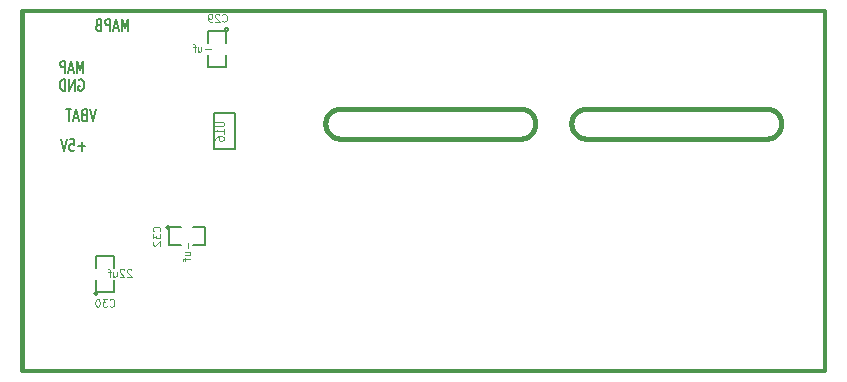
<source format=gbo>
G04 (created by PCBNEW-RS274X (20100406 SVN-R2508)-final) date 6/3/2010 10:01:36 PM*
G01*
G70*
G90*
%MOIN*%
G04 Gerber Fmt 3.4, Leading zero omitted, Abs format*
%FSLAX34Y34*%
G04 APERTURE LIST*
%ADD10C,0.006000*%
%ADD11C,0.012000*%
%ADD12C,0.015000*%
%ADD13C,0.005000*%
%ADD14C,0.004200*%
G04 APERTURE END LIST*
G54D10*
G54D11*
X47750Y-43250D02*
X21000Y-43250D01*
X47750Y-55250D02*
X47750Y-43250D01*
X21000Y-55250D02*
X47750Y-55250D01*
G54D12*
X21000Y-55200D02*
X21000Y-55000D01*
X31600Y-46500D02*
X31557Y-46502D01*
X31514Y-46508D01*
X31471Y-46518D01*
X31429Y-46531D01*
X31389Y-46547D01*
X31351Y-46567D01*
X31314Y-46591D01*
X31279Y-46617D01*
X31247Y-46647D01*
X31217Y-46679D01*
X31191Y-46714D01*
X31167Y-46751D01*
X31147Y-46789D01*
X31131Y-46829D01*
X31118Y-46871D01*
X31108Y-46914D01*
X31102Y-46957D01*
X31100Y-47000D01*
X31100Y-47000D02*
X31102Y-47043D01*
X31108Y-47086D01*
X31118Y-47129D01*
X31131Y-47171D01*
X31147Y-47211D01*
X31167Y-47249D01*
X31191Y-47286D01*
X31217Y-47321D01*
X31247Y-47353D01*
X31279Y-47383D01*
X31314Y-47409D01*
X31351Y-47433D01*
X31389Y-47453D01*
X31429Y-47469D01*
X31471Y-47482D01*
X31514Y-47492D01*
X31557Y-47498D01*
X31600Y-47500D01*
X37600Y-47500D02*
X37643Y-47498D01*
X37686Y-47492D01*
X37729Y-47482D01*
X37771Y-47469D01*
X37811Y-47453D01*
X37850Y-47433D01*
X37886Y-47409D01*
X37921Y-47383D01*
X37953Y-47353D01*
X37983Y-47321D01*
X38009Y-47286D01*
X38033Y-47249D01*
X38053Y-47211D01*
X38069Y-47171D01*
X38082Y-47129D01*
X38092Y-47086D01*
X38098Y-47043D01*
X38100Y-47000D01*
X38100Y-47000D02*
X38098Y-46957D01*
X38092Y-46914D01*
X38082Y-46871D01*
X38069Y-46829D01*
X38053Y-46789D01*
X38033Y-46751D01*
X38009Y-46714D01*
X37983Y-46679D01*
X37953Y-46647D01*
X37921Y-46617D01*
X37886Y-46591D01*
X37850Y-46567D01*
X37811Y-46547D01*
X37771Y-46531D01*
X37729Y-46518D01*
X37686Y-46508D01*
X37643Y-46502D01*
X37600Y-46500D01*
X39800Y-46500D02*
X39757Y-46502D01*
X39714Y-46508D01*
X39671Y-46518D01*
X39629Y-46531D01*
X39589Y-46547D01*
X39551Y-46567D01*
X39514Y-46591D01*
X39479Y-46617D01*
X39447Y-46647D01*
X39417Y-46679D01*
X39391Y-46714D01*
X39367Y-46751D01*
X39347Y-46789D01*
X39331Y-46829D01*
X39318Y-46871D01*
X39308Y-46914D01*
X39302Y-46957D01*
X39300Y-47000D01*
X39300Y-47000D02*
X39302Y-47043D01*
X39308Y-47086D01*
X39318Y-47129D01*
X39331Y-47171D01*
X39347Y-47211D01*
X39367Y-47249D01*
X39391Y-47286D01*
X39417Y-47321D01*
X39447Y-47353D01*
X39479Y-47383D01*
X39514Y-47409D01*
X39551Y-47433D01*
X39589Y-47453D01*
X39629Y-47469D01*
X39671Y-47482D01*
X39714Y-47492D01*
X39757Y-47498D01*
X39800Y-47500D01*
X45800Y-47500D02*
X45843Y-47498D01*
X45886Y-47492D01*
X45929Y-47482D01*
X45971Y-47469D01*
X46011Y-47453D01*
X46050Y-47433D01*
X46086Y-47409D01*
X46121Y-47383D01*
X46153Y-47353D01*
X46183Y-47321D01*
X46209Y-47286D01*
X46233Y-47249D01*
X46253Y-47211D01*
X46269Y-47171D01*
X46282Y-47129D01*
X46292Y-47086D01*
X46298Y-47043D01*
X46300Y-47000D01*
X46300Y-47000D02*
X46298Y-46957D01*
X46292Y-46914D01*
X46282Y-46871D01*
X46269Y-46829D01*
X46253Y-46789D01*
X46233Y-46751D01*
X46209Y-46714D01*
X46183Y-46679D01*
X46153Y-46647D01*
X46121Y-46617D01*
X46086Y-46591D01*
X46050Y-46567D01*
X46011Y-46547D01*
X45971Y-46531D01*
X45929Y-46518D01*
X45886Y-46508D01*
X45843Y-46502D01*
X45800Y-46500D01*
X31600Y-47500D02*
X37600Y-47500D01*
X37600Y-46500D02*
X31600Y-46500D01*
X39800Y-47500D02*
X45800Y-47500D01*
X45800Y-46500D02*
X39800Y-46500D01*
G54D13*
X23086Y-47760D02*
X22857Y-47760D01*
X22971Y-47912D02*
X22971Y-47607D01*
X22572Y-47512D02*
X22715Y-47512D01*
X22729Y-47702D01*
X22715Y-47683D01*
X22686Y-47664D01*
X22615Y-47664D01*
X22586Y-47683D01*
X22572Y-47702D01*
X22557Y-47740D01*
X22557Y-47836D01*
X22572Y-47874D01*
X22586Y-47893D01*
X22615Y-47912D01*
X22686Y-47912D01*
X22715Y-47893D01*
X22729Y-47874D01*
X22471Y-47512D02*
X22371Y-47912D01*
X22271Y-47512D01*
X23442Y-46512D02*
X23342Y-46912D01*
X23242Y-46512D01*
X23043Y-46702D02*
X23000Y-46721D01*
X22985Y-46740D01*
X22971Y-46779D01*
X22971Y-46836D01*
X22985Y-46874D01*
X23000Y-46893D01*
X23028Y-46912D01*
X23143Y-46912D01*
X23143Y-46512D01*
X23043Y-46512D01*
X23014Y-46531D01*
X23000Y-46550D01*
X22985Y-46588D01*
X22985Y-46626D01*
X23000Y-46664D01*
X23014Y-46683D01*
X23043Y-46702D01*
X23143Y-46702D01*
X22857Y-46798D02*
X22714Y-46798D01*
X22885Y-46912D02*
X22785Y-46512D01*
X22685Y-46912D01*
X22628Y-46512D02*
X22457Y-46512D01*
X22543Y-46912D02*
X22543Y-46512D01*
X22878Y-45531D02*
X22907Y-45512D01*
X22950Y-45512D01*
X22993Y-45531D01*
X23021Y-45569D01*
X23036Y-45607D01*
X23050Y-45683D01*
X23050Y-45740D01*
X23036Y-45817D01*
X23021Y-45855D01*
X22993Y-45893D01*
X22950Y-45912D01*
X22921Y-45912D01*
X22878Y-45893D01*
X22864Y-45874D01*
X22864Y-45740D01*
X22921Y-45740D01*
X22736Y-45912D02*
X22736Y-45512D01*
X22564Y-45912D01*
X22564Y-45512D01*
X22422Y-45912D02*
X22422Y-45512D01*
X22350Y-45512D01*
X22307Y-45531D01*
X22279Y-45569D01*
X22264Y-45607D01*
X22250Y-45683D01*
X22250Y-45740D01*
X22264Y-45817D01*
X22279Y-45855D01*
X22307Y-45893D01*
X22350Y-45912D01*
X22422Y-45912D01*
X23029Y-45312D02*
X23029Y-44912D01*
X22929Y-45198D01*
X22829Y-44912D01*
X22829Y-45312D01*
X22700Y-45198D02*
X22557Y-45198D01*
X22728Y-45312D02*
X22628Y-44912D01*
X22528Y-45312D01*
X22429Y-45312D02*
X22429Y-44912D01*
X22314Y-44912D01*
X22286Y-44931D01*
X22271Y-44950D01*
X22257Y-44988D01*
X22257Y-45045D01*
X22271Y-45083D01*
X22286Y-45102D01*
X22314Y-45121D01*
X22429Y-45121D01*
X24529Y-43912D02*
X24529Y-43512D01*
X24429Y-43798D01*
X24329Y-43512D01*
X24329Y-43912D01*
X24200Y-43798D02*
X24057Y-43798D01*
X24228Y-43912D02*
X24128Y-43512D01*
X24028Y-43912D01*
X23929Y-43912D02*
X23929Y-43512D01*
X23814Y-43512D01*
X23786Y-43531D01*
X23771Y-43550D01*
X23757Y-43588D01*
X23757Y-43645D01*
X23771Y-43683D01*
X23786Y-43702D01*
X23814Y-43721D01*
X23929Y-43721D01*
X23529Y-43702D02*
X23486Y-43721D01*
X23471Y-43740D01*
X23457Y-43779D01*
X23457Y-43836D01*
X23471Y-43874D01*
X23486Y-43893D01*
X23514Y-43912D01*
X23629Y-43912D01*
X23629Y-43512D01*
X23529Y-43512D01*
X23500Y-43531D01*
X23486Y-43550D01*
X23471Y-43588D01*
X23471Y-43626D01*
X23486Y-43664D01*
X23500Y-43683D01*
X23529Y-43702D01*
X23629Y-43702D01*
G54D12*
X21000Y-43250D02*
X21000Y-55000D01*
G54D13*
X27400Y-47850D02*
X28100Y-47850D01*
X28100Y-47850D02*
X28100Y-46650D01*
X28100Y-46650D02*
X27400Y-46650D01*
X27400Y-46650D02*
X27400Y-47850D01*
X23500Y-52650D02*
X23499Y-52659D01*
X23496Y-52669D01*
X23491Y-52677D01*
X23485Y-52685D01*
X23477Y-52691D01*
X23469Y-52696D01*
X23460Y-52698D01*
X23450Y-52699D01*
X23441Y-52699D01*
X23432Y-52696D01*
X23423Y-52691D01*
X23416Y-52685D01*
X23409Y-52678D01*
X23405Y-52669D01*
X23402Y-52660D01*
X23401Y-52650D01*
X23401Y-52641D01*
X23404Y-52632D01*
X23408Y-52623D01*
X23415Y-52616D01*
X23422Y-52609D01*
X23430Y-52605D01*
X23440Y-52602D01*
X23449Y-52601D01*
X23458Y-52601D01*
X23468Y-52604D01*
X23476Y-52608D01*
X23484Y-52614D01*
X23490Y-52622D01*
X23495Y-52630D01*
X23498Y-52639D01*
X23499Y-52649D01*
X23500Y-52650D01*
X23450Y-52200D02*
X23450Y-52600D01*
X23450Y-52600D02*
X24050Y-52600D01*
X24050Y-52600D02*
X24050Y-52200D01*
X24050Y-51800D02*
X24050Y-51400D01*
X24050Y-51400D02*
X23450Y-51400D01*
X23450Y-51400D02*
X23450Y-51800D01*
X25900Y-50450D02*
X25899Y-50459D01*
X25896Y-50469D01*
X25891Y-50477D01*
X25885Y-50485D01*
X25877Y-50491D01*
X25869Y-50496D01*
X25860Y-50498D01*
X25850Y-50499D01*
X25841Y-50499D01*
X25832Y-50496D01*
X25823Y-50491D01*
X25816Y-50485D01*
X25809Y-50478D01*
X25805Y-50469D01*
X25802Y-50460D01*
X25801Y-50450D01*
X25801Y-50441D01*
X25804Y-50432D01*
X25808Y-50423D01*
X25815Y-50416D01*
X25822Y-50409D01*
X25830Y-50405D01*
X25840Y-50402D01*
X25849Y-50401D01*
X25858Y-50401D01*
X25868Y-50404D01*
X25876Y-50408D01*
X25884Y-50414D01*
X25890Y-50422D01*
X25895Y-50430D01*
X25898Y-50439D01*
X25899Y-50449D01*
X25900Y-50450D01*
X26300Y-50450D02*
X25900Y-50450D01*
X25900Y-50450D02*
X25900Y-51050D01*
X25900Y-51050D02*
X26300Y-51050D01*
X26700Y-51050D02*
X27100Y-51050D01*
X27100Y-51050D02*
X27100Y-50450D01*
X27100Y-50450D02*
X26700Y-50450D01*
X27850Y-43850D02*
X27849Y-43859D01*
X27846Y-43869D01*
X27841Y-43877D01*
X27835Y-43885D01*
X27827Y-43891D01*
X27819Y-43896D01*
X27810Y-43898D01*
X27800Y-43899D01*
X27791Y-43899D01*
X27782Y-43896D01*
X27773Y-43891D01*
X27766Y-43885D01*
X27759Y-43878D01*
X27755Y-43869D01*
X27752Y-43860D01*
X27751Y-43850D01*
X27751Y-43841D01*
X27754Y-43832D01*
X27758Y-43823D01*
X27765Y-43816D01*
X27772Y-43809D01*
X27780Y-43805D01*
X27790Y-43802D01*
X27799Y-43801D01*
X27808Y-43801D01*
X27818Y-43804D01*
X27826Y-43808D01*
X27834Y-43814D01*
X27840Y-43822D01*
X27845Y-43830D01*
X27848Y-43839D01*
X27849Y-43849D01*
X27850Y-43850D01*
X27800Y-44300D02*
X27800Y-43900D01*
X27800Y-43900D02*
X27200Y-43900D01*
X27200Y-43900D02*
X27200Y-44300D01*
X27200Y-44700D02*
X27200Y-45100D01*
X27200Y-45100D02*
X27800Y-45100D01*
X27800Y-45100D02*
X27800Y-44700D01*
G54D14*
X27421Y-46941D02*
X27664Y-46941D01*
X27693Y-46952D01*
X27707Y-46964D01*
X27721Y-46988D01*
X27721Y-47036D01*
X27707Y-47060D01*
X27693Y-47071D01*
X27664Y-47083D01*
X27421Y-47083D01*
X27721Y-47333D02*
X27721Y-47191D01*
X27721Y-47262D02*
X27421Y-47262D01*
X27464Y-47238D01*
X27493Y-47214D01*
X27507Y-47191D01*
X27421Y-47548D02*
X27421Y-47500D01*
X27436Y-47476D01*
X27450Y-47464D01*
X27493Y-47441D01*
X27550Y-47429D01*
X27664Y-47429D01*
X27693Y-47441D01*
X27707Y-47452D01*
X27721Y-47476D01*
X27721Y-47524D01*
X27707Y-47548D01*
X27693Y-47560D01*
X27664Y-47571D01*
X27593Y-47571D01*
X27564Y-47560D01*
X27550Y-47548D01*
X27536Y-47524D01*
X27536Y-47476D01*
X27550Y-47452D01*
X27564Y-47441D01*
X27593Y-47429D01*
X23911Y-53077D02*
X23923Y-53089D01*
X23958Y-53101D01*
X23982Y-53101D01*
X24018Y-53089D01*
X24042Y-53065D01*
X24053Y-53042D01*
X24065Y-52994D01*
X24065Y-52958D01*
X24053Y-52911D01*
X24042Y-52887D01*
X24018Y-52863D01*
X23982Y-52851D01*
X23958Y-52851D01*
X23923Y-52863D01*
X23911Y-52875D01*
X23827Y-52851D02*
X23673Y-52851D01*
X23756Y-52946D01*
X23720Y-52946D01*
X23696Y-52958D01*
X23684Y-52970D01*
X23673Y-52994D01*
X23673Y-53054D01*
X23684Y-53077D01*
X23696Y-53089D01*
X23720Y-53101D01*
X23792Y-53101D01*
X23815Y-53089D01*
X23827Y-53077D01*
X23518Y-52851D02*
X23494Y-52851D01*
X23470Y-52863D01*
X23458Y-52875D01*
X23446Y-52899D01*
X23435Y-52946D01*
X23435Y-53006D01*
X23446Y-53054D01*
X23458Y-53077D01*
X23470Y-53089D01*
X23494Y-53101D01*
X23518Y-53101D01*
X23542Y-53089D01*
X23554Y-53077D01*
X23565Y-53054D01*
X23577Y-53006D01*
X23577Y-52946D01*
X23565Y-52899D01*
X23554Y-52875D01*
X23542Y-52863D01*
X23518Y-52851D01*
X24624Y-51875D02*
X24612Y-51863D01*
X24589Y-51851D01*
X24529Y-51851D01*
X24505Y-51863D01*
X24493Y-51875D01*
X24482Y-51899D01*
X24482Y-51923D01*
X24493Y-51958D01*
X24636Y-52101D01*
X24482Y-52101D01*
X24386Y-51875D02*
X24374Y-51863D01*
X24351Y-51851D01*
X24291Y-51851D01*
X24267Y-51863D01*
X24255Y-51875D01*
X24244Y-51899D01*
X24244Y-51923D01*
X24255Y-51958D01*
X24398Y-52101D01*
X24244Y-52101D01*
X24029Y-51935D02*
X24029Y-52101D01*
X24136Y-51935D02*
X24136Y-52065D01*
X24125Y-52089D01*
X24101Y-52101D01*
X24065Y-52101D01*
X24041Y-52089D01*
X24029Y-52077D01*
X23946Y-51935D02*
X23851Y-51935D01*
X23910Y-52101D02*
X23910Y-51887D01*
X23899Y-51863D01*
X23875Y-51851D01*
X23851Y-51851D01*
X25577Y-50589D02*
X25589Y-50577D01*
X25601Y-50542D01*
X25601Y-50518D01*
X25589Y-50482D01*
X25565Y-50458D01*
X25542Y-50447D01*
X25494Y-50435D01*
X25458Y-50435D01*
X25411Y-50447D01*
X25387Y-50458D01*
X25363Y-50482D01*
X25351Y-50518D01*
X25351Y-50542D01*
X25363Y-50577D01*
X25375Y-50589D01*
X25351Y-50673D02*
X25351Y-50827D01*
X25446Y-50744D01*
X25446Y-50780D01*
X25458Y-50804D01*
X25470Y-50816D01*
X25494Y-50827D01*
X25554Y-50827D01*
X25577Y-50816D01*
X25589Y-50804D01*
X25601Y-50780D01*
X25601Y-50708D01*
X25589Y-50685D01*
X25577Y-50673D01*
X25375Y-50923D02*
X25363Y-50935D01*
X25351Y-50958D01*
X25351Y-51018D01*
X25363Y-51042D01*
X25375Y-51054D01*
X25399Y-51065D01*
X25423Y-51065D01*
X25458Y-51054D01*
X25601Y-50911D01*
X25601Y-51065D01*
X26506Y-50971D02*
X26506Y-51161D01*
X26435Y-51388D02*
X26601Y-51388D01*
X26435Y-51281D02*
X26565Y-51281D01*
X26589Y-51292D01*
X26601Y-51316D01*
X26601Y-51352D01*
X26589Y-51376D01*
X26577Y-51388D01*
X26435Y-51471D02*
X26435Y-51566D01*
X26601Y-51507D02*
X26387Y-51507D01*
X26363Y-51518D01*
X26351Y-51542D01*
X26351Y-51566D01*
X27661Y-43577D02*
X27673Y-43589D01*
X27708Y-43601D01*
X27732Y-43601D01*
X27768Y-43589D01*
X27792Y-43565D01*
X27803Y-43542D01*
X27815Y-43494D01*
X27815Y-43458D01*
X27803Y-43411D01*
X27792Y-43387D01*
X27768Y-43363D01*
X27732Y-43351D01*
X27708Y-43351D01*
X27673Y-43363D01*
X27661Y-43375D01*
X27565Y-43375D02*
X27553Y-43363D01*
X27530Y-43351D01*
X27470Y-43351D01*
X27446Y-43363D01*
X27434Y-43375D01*
X27423Y-43399D01*
X27423Y-43423D01*
X27434Y-43458D01*
X27577Y-43601D01*
X27423Y-43601D01*
X27304Y-43601D02*
X27256Y-43601D01*
X27232Y-43589D01*
X27220Y-43577D01*
X27196Y-43542D01*
X27185Y-43494D01*
X27185Y-43399D01*
X27196Y-43375D01*
X27208Y-43363D01*
X27232Y-43351D01*
X27280Y-43351D01*
X27304Y-43363D01*
X27315Y-43375D01*
X27327Y-43399D01*
X27327Y-43458D01*
X27315Y-43482D01*
X27304Y-43494D01*
X27280Y-43506D01*
X27232Y-43506D01*
X27208Y-43494D01*
X27196Y-43482D01*
X27185Y-43458D01*
X27279Y-44506D02*
X27089Y-44506D01*
X26862Y-44435D02*
X26862Y-44601D01*
X26969Y-44435D02*
X26969Y-44565D01*
X26958Y-44589D01*
X26934Y-44601D01*
X26898Y-44601D01*
X26874Y-44589D01*
X26862Y-44577D01*
X26779Y-44435D02*
X26684Y-44435D01*
X26743Y-44601D02*
X26743Y-44387D01*
X26732Y-44363D01*
X26708Y-44351D01*
X26684Y-44351D01*
M02*

</source>
